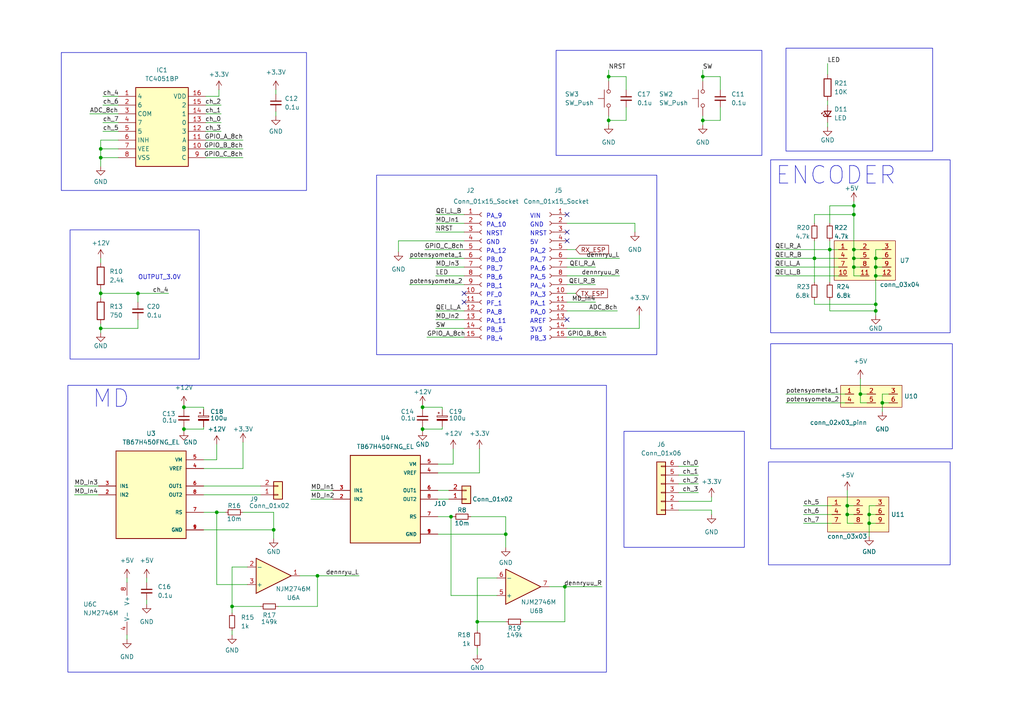
<source format=kicad_sch>
(kicad_sch (version 20230121) (generator eeschema)
  (paper "A4")
  (lib_symbols
    (symbol "Amplifier_Operational:NJM2043" (pin_names (offset 0.127))
      (property "Reference" "U" (at 0 5.08 0))
      (property "Value" "NJM2043" (at 0 -5.08 0))
      (symbol "NJM2043_1_1"
        (polyline (pts (xy -5.08 5.08) (xy 5.08 0) (xy -5.08 -5.08) (xy -5.08 5.08)) (stroke (width 0.254)) (fill (type background)))
        (pin output line (at 7.62 0 180) (length 2.54) (name "~") (number "1"))
        (pin input line (at -7.62 -2.54 0) (length 2.54) (name "-") (number "2"))
        (pin input line (at -7.62 2.54 0) (length 2.54) (name "+") (number "3"))
      )
      (symbol "NJM2043_2_1"
        (polyline (pts (xy -5.08 5.08) (xy 5.08 0) (xy -5.08 -5.08) (xy -5.08 5.08)) (stroke (width 0.254)) (fill (type background)))
        (pin input line (at -7.62 2.54 0) (length 2.54) (name "+") (number "5"))
        (pin input line (at -7.62 -2.54 0) (length 2.54) (name "-") (number "6"))
        (pin output line (at 7.62 0 180) (length 2.54) (name "~") (number "7"))
      )
      (symbol "NJM2043_3_1"
        (pin power_in line (at -2.54 -7.62 90) (length 3.81) (name "V-") (number "4"))
        (pin power_in line (at -2.54 7.62 270) (length 3.81) (name "V+") (number "8"))
      )
    )
    (symbol "Connector:Conn_01x15_Socket" (pin_names (offset 1.016) hide)
      (property "Reference" "J" (at 0 20.32 0))
      (property "Value" "Conn_01x15_Socket" (at 0 -20.32 0))
      (symbol "Conn_01x15_Socket_1_1"
        (arc (start 0 -17.272) (mid -0.5058 -17.78) (end 0 -18.288) (stroke (width 0.1524)))
        (arc (start 0 -14.732) (mid -0.5058 -15.24) (end 0 -15.748) (stroke (width 0.1524)))
        (arc (start 0 -12.192) (mid -0.5058 -12.7) (end 0 -13.208) (stroke (width 0.1524)))
        (arc (start 0 -9.652) (mid -0.5058 -10.16) (end 0 -10.668) (stroke (width 0.1524)))
        (arc (start 0 -7.112) (mid -0.5058 -7.62) (end 0 -8.128) (stroke (width 0.1524)))
        (arc (start 0 -4.572) (mid -0.5058 -5.08) (end 0 -5.588) (stroke (width 0.1524)))
        (arc (start 0 -2.032) (mid -0.5058 -2.54) (end 0 -3.048) (stroke (width 0.1524)))
        (polyline (pts (xy -1.27 -17.78) (xy -0.508 -17.78)) (stroke (width 0.1524)))
        (polyline (pts (xy -1.27 -15.24) (xy -0.508 -15.24)) (stroke (width 0.1524)))
        (polyline (pts (xy -1.27 -12.7) (xy -0.508 -12.7)) (stroke (width 0.1524)))
        (polyline (pts (xy -1.27 -10.16) (xy -0.508 -10.16)) (stroke (width 0.1524)))
        (polyline (pts (xy -1.27 -7.62) (xy -0.508 -7.62)) (stroke (width 0.1524)))
        (polyline (pts (xy -1.27 -5.08) (xy -0.508 -5.08)) (stroke (width 0.1524)))
        (polyline (pts (xy -1.27 -2.54) (xy -0.508 -2.54)) (stroke (width 0.1524)))
        (polyline (pts (xy -1.27 0) (xy -0.508 0)) (stroke (width 0.1524)))
        (polyline (pts (xy -1.27 2.54) (xy -0.508 2.54)) (stroke (width 0.1524)))
        (polyline (pts (xy -1.27 5.08) (xy -0.508 5.08)) (stroke (width 0.1524)))
        (polyline (pts (xy -1.27 7.62) (xy -0.508 7.62)) (stroke (width 0.1524)))
        (polyline (pts (xy -1.27 10.16) (xy -0.508 10.16)) (stroke (width 0.1524)))
        (polyline (pts (xy -1.27 12.7) (xy -0.508 12.7)) (stroke (width 0.1524)))
        (polyline (pts (xy -1.27 15.24) (xy -0.508 15.24)) (stroke (width 0.1524)))
        (polyline (pts (xy -1.27 17.78) (xy -0.508 17.78)) (stroke (width 0.1524)))
        (arc (start 0 0.508) (mid -0.5058 0) (end 0 -0.508) (stroke (width 0.1524)))
        (arc (start 0 3.048) (mid -0.5058 2.54) (end 0 2.032) (stroke (width 0.1524)))
        (arc (start 0 5.588) (mid -0.5058 5.08) (end 0 4.572) (stroke (width 0.1524)))
        (arc (start 0 8.128) (mid -0.5058 7.62) (end 0 7.112) (stroke (width 0.1524)))
        (arc (start 0 10.668) (mid -0.5058 10.16) (end 0 9.652) (stroke (width 0.1524)))
        (arc (start 0 13.208) (mid -0.5058 12.7) (end 0 12.192) (stroke (width 0.1524)))
        (arc (start 0 15.748) (mid -0.5058 15.24) (end 0 14.732) (stroke (width 0.1524)))
        (arc (start 0 18.288) (mid -0.5058 17.78) (end 0 17.272) (stroke (width 0.1524)))
        (pin passive line (at -5.08 17.78 0) (length 3.81) (name "Pin_1") (number "1"))
        (pin passive line (at -5.08 -5.08 0) (length 3.81) (name "Pin_10") (number "10"))
        (pin passive line (at -5.08 -7.62 0) (length 3.81) (name "Pin_11") (number "11"))
        (pin passive line (at -5.08 -10.16 0) (length 3.81) (name "Pin_12") (number "12"))
        (pin passive line (at -5.08 -12.7 0) (length 3.81) (name "Pin_13") (number "13"))
        (pin passive line (at -5.08 -15.24 0) (length 3.81) (name "Pin_14") (number "14"))
        (pin passive line (at -5.08 -17.78 0) (length 3.81) (name "Pin_15") (number "15"))
        (pin passive line (at -5.08 15.24 0) (length 3.81) (name "Pin_2") (number "2"))
        (pin passive line (at -5.08 12.7 0) (length 3.81) (name "Pin_3") (number "3"))
        (pin passive line (at -5.08 10.16 0) (length 3.81) (name "Pin_4") (number "4"))
        (pin passive line (at -5.08 7.62 0) (length 3.81) (name "Pin_5") (number "5"))
        (pin passive line (at -5.08 5.08 0) (length 3.81) (name "Pin_6") (number "6"))
        (pin passive line (at -5.08 2.54 0) (length 3.81) (name "Pin_7") (number "7"))
        (pin passive line (at -5.08 0 0) (length 3.81) (name "Pin_8") (number "8"))
        (pin passive line (at -5.08 -2.54 0) (length 3.81) (name "Pin_9") (number "9"))
      )
    )
    (symbol "Connector_Generic:Conn_01x02" (pin_names (offset 1.016) hide)
      (property "Reference" "J" (at 0 2.54 0))
      (property "Value" "Conn_01x02" (at 0 -5.08 0))
      (symbol "Conn_01x02_1_1"
        (rectangle (start -1.27 -2.413) (end 0 -2.667) (stroke (width 0.1524)))
        (rectangle (start -1.27 0.127) (end 0 -0.127) (stroke (width 0.1524)))
        (rectangle (start -1.27 1.27) (end 1.27 -3.81) (stroke (width 0.254)) (fill (type background)))
        (pin passive line (at -5.08 0 0) (length 3.81) (name "Pin_1") (number "1"))
        (pin passive line (at -5.08 -2.54 0) (length 3.81) (name "Pin_2") (number "2"))
      )
    )
    (symbol "Connector_Generic:Conn_01x06" (pin_names (offset 1.016) hide)
      (property "Reference" "J" (at 0 7.62 0))
      (property "Value" "Conn_01x06" (at 0 -10.16 0))
      (symbol "Conn_01x06_1_1"
        (rectangle (start -1.27 -7.493) (end 0 -7.747) (stroke (width 0.1524)))
        (rectangle (start -1.27 -4.953) (end 0 -5.207) (stroke (width 0.1524)))
        (rectangle (start -1.27 -2.413) (end 0 -2.667) (stroke (width 0.1524)))
        (rectangle (start -1.27 0.127) (end 0 -0.127) (stroke (width 0.1524)))
        (rectangle (start -1.27 2.667) (end 0 2.413) (stroke (width 0.1524)))
        (rectangle (start -1.27 5.207) (end 0 4.953) (stroke (width 0.1524)))
        (rectangle (start -1.27 6.35) (end 1.27 -8.89) (stroke (width 0.254)) (fill (type background)))
        (pin passive line (at -5.08 5.08 0) (length 3.81) (name "Pin_1") (number "1"))
        (pin passive line (at -5.08 2.54 0) (length 3.81) (name "Pin_2") (number "2"))
        (pin passive line (at -5.08 0 0) (length 3.81) (name "Pin_3") (number "3"))
        (pin passive line (at -5.08 -2.54 0) (length 3.81) (name "Pin_4") (number "4"))
        (pin passive line (at -5.08 -5.08 0) (length 3.81) (name "Pin_5") (number "5"))
        (pin passive line (at -5.08 -7.62 0) (length 3.81) (name "Pin_6") (number "6"))
      )
    )
    (symbol "Device:C_Polarized_Small" (pin_numbers hide) (pin_names (offset 0.254) hide)
      (property "Reference" "C" (at 0.254 1.778 0))
      (property "Value" "C_Polarized_Small" (at 0.254 -2.032 0))
      (symbol "C_Polarized_Small_0_1"
        (rectangle (start -1.524 -0.3048) (end 1.524 -0.6858) (fill (type outline)))
        (rectangle (start -1.524 0.6858) (end 1.524 0.3048))
        (polyline (pts (xy -1.27 1.524) (xy -0.762 1.524)))
        (polyline (pts (xy -1.016 1.27) (xy -1.016 1.778)))
      )
      (symbol "C_Polarized_Small_1_1"
        (pin passive line (at 0 2.54 270) (length 1.8542) (name "~") (number "1"))
        (pin passive line (at 0 -2.54 90) (length 1.8542) (name "~") (number "2"))
      )
    )
    (symbol "Device:C_Small" (pin_numbers hide) (pin_names (offset 0.254) hide)
      (property "Reference" "C" (at 0.254 1.778 0))
      (property "Value" "C_Small" (at 0.254 -2.032 0))
      (symbol "C_Small_0_1"
        (polyline (pts (xy -1.524 -0.508) (xy 1.524 -0.508)) (stroke (width 0.3302)))
        (polyline (pts (xy -1.524 0.508) (xy 1.524 0.508)) (stroke (width 0.3048)))
      )
      (symbol "C_Small_1_1"
        (pin passive line (at 0 2.54 270) (length 2.032) (name "~") (number "1"))
        (pin passive line (at 0 -2.54 90) (length 2.032) (name "~") (number "2"))
      )
    )
    (symbol "Device:LED_Small" (pin_numbers hide) (pin_names (offset 0.254) hide)
      (property "Reference" "D" (at -1.27 3.175 0))
      (property "Value" "LED_Small" (at -4.445 -2.54 0))
      (symbol "LED_Small_0_1"
        (polyline (pts (xy -0.762 -1.016) (xy -0.762 1.016)) (stroke (width 0.254)))
        (polyline (pts (xy 1.016 0) (xy -0.762 0)))
        (polyline (pts (xy 0.762 -1.016) (xy -0.762 0) (xy 0.762 1.016) (xy 0.762 -1.016)) (stroke (width 0.254)))
        (polyline (pts (xy 0 0.762) (xy -0.508 1.27) (xy -0.254 1.27) (xy -0.508 1.27) (xy -0.508 1.016)))
        (polyline (pts (xy 0.508 1.27) (xy 0 1.778) (xy 0.254 1.778) (xy 0 1.778) (xy 0 1.524)))
      )
      (symbol "LED_Small_1_1"
        (pin passive line (at -2.54 0 0) (length 1.778) (name "K") (number "1"))
        (pin passive line (at 2.54 0 180) (length 1.778) (name "A") (number "2"))
      )
    )
    (symbol "Device:R" (pin_numbers hide) (pin_names (offset 0))
      (property "Reference" "R" (at 2.032 0 90))
      (property "Value" "R" (at 0 0 90))
      (symbol "R_0_1"
        (rectangle (start -1.016 -2.54) (end 1.016 2.54) (stroke (width 0.254)))
      )
      (symbol "R_1_1"
        (pin passive line (at 0 3.81 270) (length 1.27) (name "~") (number "1"))
        (pin passive line (at 0 -3.81 90) (length 1.27) (name "~") (number "2"))
      )
    )
    (symbol "Device:R_Small" (pin_numbers hide) (pin_names (offset 0.254) hide)
      (property "Reference" "R" (at 0.762 0.508 0))
      (property "Value" "R_Small" (at 0.762 -1.016 0))
      (symbol "R_Small_0_1"
        (rectangle (start -0.762 1.778) (end 0.762 -1.778) (stroke (width 0.2032)))
      )
      (symbol "R_Small_1_1"
        (pin passive line (at 0 2.54 270) (length 0.762) (name "~") (number "1"))
        (pin passive line (at 0 -2.54 90) (length 0.762) (name "~") (number "2"))
      )
    )
    (symbol "New_Library:TB67H450FNG_EL" (pin_names (offset 1.016))
      (property "Reference" "U" (at -10.16 13.462 0))
      (property "Value" "TB67H450FNG_EL" (at -10.16 -15.24 0))
      (symbol "TB67H450FNG_EL_0_0"
        (rectangle (start -10.16 12.7) (end 10.16 -12.7) (stroke (width 0.254)) (fill (type background)))
        (pin power_in line (at 15.24 -10.16 180) (length 5.08) (name "GND") (number "1"))
        (pin input line (at -15.24 0 0) (length 5.08) (name "IN2") (number "2"))
        (pin input line (at -15.24 2.54 0) (length 5.08) (name "IN1") (number "3"))
        (pin power_in line (at 15.24 7.62 180) (length 5.08) (name "VREF") (number "4"))
        (pin power_in line (at 15.24 10.16 180) (length 5.08) (name "VM") (number "5"))
        (pin output line (at 15.24 2.54 180) (length 5.08) (name "OUT1") (number "6"))
        (pin output line (at 15.24 -5.08 180) (length 5.08) (name "RS") (number "7"))
        (pin output line (at 15.24 0 180) (length 5.08) (name "OUT2") (number "8"))
        (pin power_in line (at 15.24 -10.16 180) (length 5.08) (name "GND") (number "9"))
      )
    )
    (symbol "New_Library:TC4051BP"
      (property "Reference" "IC" (at 21.59 7.62 0))
      (property "Value" "TC4051BP" (at 21.59 5.08 0))
      (symbol "TC4051BP_1_1"
        (rectangle (start 5.08 2.54) (end 20.32 -20.32) (stroke (width 0.254)) (fill (type background)))
        (pin passive line (at 0 0 0) (length 5.08) (name "4") (number "1"))
        (pin passive line (at 25.4 -15.24 180) (length 5.08) (name "B") (number "10"))
        (pin passive line (at 25.4 -12.7 180) (length 5.08) (name "A") (number "11"))
        (pin passive line (at 25.4 -10.16 180) (length 5.08) (name "3") (number "12"))
        (pin passive line (at 25.4 -7.62 180) (length 5.08) (name "0") (number "13"))
        (pin passive line (at 25.4 -5.08 180) (length 5.08) (name "1") (number "14"))
        (pin passive line (at 25.4 -2.54 180) (length 5.08) (name "2") (number "15"))
        (pin passive line (at 25.4 0 180) (length 5.08) (name "VDD") (number "16"))
        (pin passive line (at 0 -2.54 0) (length 5.08) (name "6") (number "2"))
        (pin passive line (at 0 -5.08 0) (length 5.08) (name "COM") (number "3"))
        (pin passive line (at 0 -7.62 0) (length 5.08) (name "7") (number "4"))
        (pin passive line (at 0 -10.16 0) (length 5.08) (name "5") (number "5"))
        (pin passive line (at 0 -12.7 0) (length 5.08) (name "INH") (number "6"))
        (pin passive line (at 0 -15.24 0) (length 5.08) (name "VEE") (number "7"))
        (pin passive line (at 0 -17.78 0) (length 5.08) (name "VSS") (number "8"))
        (pin passive line (at 25.4 -17.78 180) (length 5.08) (name "C") (number "9"))
      )
    )
    (symbol "New_Library:conn_02x03_pinn"
      (property "Reference" "U" (at 8.89 1.27 0))
      (symbol "conn_02x03_pinn_0_0"
        (pin passive line (at 1.27 -2.54 0) (length 2.54) (name "") (number "1"))
        (pin passive line (at 7.62 -2.54 0) (length 2.54) (name "") (number "2"))
        (pin passive line (at 13.97 -2.54 0) (length 2.54) (name "") (number "3"))
        (pin passive line (at 1.27 -5.08 0) (length 2.54) (name "") (number "4"))
        (pin passive line (at 7.62 -5.08 0) (length 2.54) (name "") (number "5"))
        (pin passive line (at 13.97 -5.08 0) (length 2.54) (name "") (number "6"))
      )
      (symbol "conn_02x03_pinn_1_1"
        (rectangle (start 0 0) (end 17.78 -6.35) (fill (type background)))
      )
    )
    (symbol "New_Library:conn_03x03"
      (property "Reference" "U" (at -2.54 1.27 0))
      (symbol "conn_03x03_0_0"
        (pin passive line (at 1.27 -2.54 0) (length 2.54) (name "") (number "1"))
        (pin passive line (at 7.62 -2.54 0) (length 2.54) (name "") (number "2"))
        (pin passive line (at 13.97 -2.54 0) (length 2.54) (name "") (number "3"))
        (pin passive line (at 1.27 -5.08 0) (length 2.54) (name "") (number "4"))
        (pin passive line (at 7.62 -5.08 0) (length 2.54) (name "") (number "5"))
        (pin passive line (at 13.97 -5.08 0) (length 2.54) (name "") (number "6"))
        (pin passive line (at 1.27 -7.62 0) (length 2.54) (name "") (number "7"))
        (pin passive line (at 7.62 -7.62 0) (length 2.54) (name "") (number "8"))
        (pin passive line (at 13.97 -7.62 0) (length 2.54) (name "") (number "9"))
      )
      (symbol "conn_03x03_1_1"
        (rectangle (start 0 0) (end 17.78 -10.16) (fill (type background)))
      )
    )
    (symbol "New_Library:conn_03x04_pinn"
      (property "Reference" "U" (at 5.08 3.81 0))
      (symbol "conn_03x04_pinn_0_0"
        (pin passive line (at 0 0 0) (length 2.54) (name "") (number "1"))
        (pin passive line (at 0 -7.62 0) (length 2.54) (name "") (number "10"))
        (pin open_emitter line (at 6.35 -7.62 0) (length 2.54) (name "") (number "11"))
        (pin passive line (at 12.7 -7.62 0) (length 2.54) (name "") (number "12"))
        (pin passive line (at 6.35 0 0) (length 2.54) (name "") (number "2"))
        (pin passive line (at 12.7 0 0) (length 2.54) (name "") (number "3"))
        (pin passive line (at 0 -2.54 0) (length 2.54) (name "") (number "4"))
        (pin passive line (at 6.35 -2.54 0) (length 2.54) (name "") (number "5"))
        (pin passive line (at 12.7 -2.54 0) (length 2.54) (name "") (number "6"))
        (pin passive line (at 0 -5.08 0) (length 2.54) (name "") (number "7"))
        (pin passive line (at 6.35 -5.08 0) (length 2.54) (name "") (number "8"))
        (pin passive line (at 12.7 -5.08 0) (length 2.54) (name "") (number "9"))
      )
      (symbol "conn_03x04_pinn_1_1"
        (rectangle (start -1.27 2.54) (end 16.51 -8.89) (fill (type background)))
      )
    )
    (symbol "Switch:SW_Push" (pin_numbers hide) (pin_names (offset 1.016) hide)
      (property "Reference" "SW" (at 1.27 2.54 0))
      (property "Value" "SW_Push" (at 0 -1.524 0))
      (symbol "SW_Push_0_1"
        (circle (center -2.032 0) (radius 0.508))
        (polyline (pts (xy 0 1.27) (xy 0 3.048)))
        (polyline (pts (xy 2.54 1.27) (xy -2.54 1.27)))
        (circle (center 2.032 0) (radius 0.508))
        (pin passive line (at -5.08 0 0) (length 2.54) (name "1") (number "1"))
        (pin passive line (at 5.08 0 180) (length 2.54) (name "2") (number "2"))
      )
    )
    (symbol "power:+12V" (power) (pin_names (offset 0))
      (property "Value" "+12V" (at 0 3.556 0))
      (symbol "+12V_0_1"
        (polyline (pts (xy -0.762 1.27) (xy 0 2.54)))
        (polyline (pts (xy 0 0) (xy 0 2.54)))
        (polyline (pts (xy 0 2.54) (xy 0.762 1.27)))
      )
      (symbol "+12V_1_1"
        (pin power_in line (at 0 0 90) (length 0) hide (name "+12V") (number "1"))
      )
    )
    (symbol "power:+3.3V" (power) (pin_names (offset 0))
      (property "Value" "+3.3V" (at 0 3.556 0))
      (symbol "+3.3V_0_1"
        (polyline (pts (xy -0.762 1.27) (xy 0 2.54)))
        (polyline (pts (xy 0 0) (xy 0 2.54)))
        (polyline (pts (xy 0 2.54) (xy 0.762 1.27)))
      )
      (symbol "+3.3V_1_1"
        (pin power_in line (at 0 0 90) (length 0) hide (name "+3.3V") (number "1"))
      )
    )
    (symbol "power:+5V" (power) (pin_names (offset 0))
      (property "Value" "+5V" (at 0 3.556 0))
      (symbol "+5V_0_1"
        (polyline (pts (xy -0.762 1.27) (xy 0 2.54)))
        (polyline (pts (xy 0 0) (xy 0 2.54)))
        (polyline (pts (xy 0 2.54) (xy 0.762 1.27)))
      )
      (symbol "+5V_1_1"
        (pin power_in line (at 0 0 90) (length 0) hide (name "+5V") (number "1"))
      )
    )
    (symbol "power:GND" (power) (pin_names (offset 0))
      (property "Value" "GND" (at 0 -3.81 0))
      (symbol "GND_0_1"
        (polyline (pts (xy 0 0) (xy 0 -1.27) (xy 1.27 -1.27) (xy 0 -2.54) (xy -1.27 -1.27) (xy 0 -1.27)))
      )
      (symbol "GND_1_1"
        (pin power_in line (at 0 0 270) (length 0) hide (name "GND") (number "1"))
      )
    )
  )
  (junction (at 247.65 62.23))
  (junction (at 163.83 170.18))
  (junction (at 138.43 180.34))
  (junction (at 53.34 118.11))
  (junction (at 254 74.93))
  (junction (at 62.865 148.59))
  (junction (at 254 77.47))
  (junction (at 146.685 154.94))
  (junction (at 29.21 43.18))
  (junction (at 254 88.265))
  (junction (at 29.21 45.72))
  (junction (at 203.835 34.925))
  (junction (at 40.005 85.09))
  (junction (at 254 90.17))
  (junction (at 240.665 72.39))
  (junction (at 130.81 149.86))
  (junction (at 29.21 95.25))
  (junction (at 249.555 114.3))
  (junction (at 247.65 59.69))
  (junction (at 247.65 72.39))
  (junction (at 203.835 22.225))
  (junction (at 252.095 149.225))
  (junction (at 255.905 116.84))
  (junction (at 247.65 77.47))
  (junction (at 254 80.01))
  (junction (at 247.65 74.93))
  (junction (at 53.34 124.46))
  (junction (at 176.53 34.925))
  (junction (at 252.095 151.765))
  (junction (at 245.745 149.225))
  (junction (at 236.22 74.93))
  (junction (at 176.53 22.225))
  (junction (at 122.555 124.46))
  (junction (at 92.075 167.005))
  (junction (at 67.31 175.895))
  (junction (at 79.375 153.67))
  (junction (at 245.745 146.685))
  (junction (at 122.555 118.11))
  (junction (at 29.21 85.09))
  (no_connect (at 134.62 85.09))
  (no_connect (at 134.62 87.63))
  (no_connect (at 164.465 67.31))
  (no_connect (at 164.465 62.23))
  (no_connect (at 164.465 92.71))
  (no_connect (at 164.465 69.85))
  (wire (pts (xy 40.005 85.09) (xy 48.895 85.09)))
  (wire (pts (xy 29.21 45.72) (xy 34.29 45.72)))
  (wire (pts (xy 227.965 116.84) (xy 245.11 116.84)))
  (wire (pts (xy 67.31 175.895) (xy 67.31 177.8)))
  (wire (pts (xy 62.865 148.59) (xy 65.405 148.59)))
  (wire (pts (xy 224.79 72.39) (xy 240.665 72.39)))
  (wire (pts (xy 252.095 146.685) (xy 254 146.685)))
  (wire (pts (xy 245.745 149.225) (xy 247.65 149.225)))
  (wire (pts (xy 29.21 95.25) (xy 40.005 95.25)))
  (wire (pts (xy 128.27 124.46) (xy 122.555 124.46)))
  (wire (pts (xy 240.03 35.56) (xy 240.03 36.83)))
  (wire (pts (xy 240.665 72.39) (xy 243.205 72.39)))
  (wire (pts (xy 90.17 144.78) (xy 96.52 144.78)))
  (wire (pts (xy 67.31 182.88) (xy 67.31 184.15)))
  (wire (pts (xy 130.175 144.78) (xy 127 144.78)))
  (wire (pts (xy 53.34 124.46) (xy 53.34 125.095)))
  (wire (pts (xy 146.685 149.86) (xy 146.685 154.94)))
  (wire (pts (xy 208.915 31.115) (xy 208.915 34.925)))
  (wire (pts (xy 176.53 22.225) (xy 176.53 23.495)))
  (wire (pts (xy 115.57 73.025) (xy 115.57 69.85)))
  (wire (pts (xy 240.665 69.85) (xy 240.665 72.39)))
  (wire (pts (xy 64.135 33.02) (xy 59.69 33.02)))
  (wire (pts (xy 159.385 170.18) (xy 163.83 170.18)))
  (wire (pts (xy 224.79 77.47) (xy 243.205 77.47)))
  (wire (pts (xy 128.27 123.825) (xy 128.27 124.46)))
  (wire (pts (xy 59.055 135.89) (xy 70.485 135.89)))
  (wire (pts (xy 181.61 26.035) (xy 181.61 22.225)))
  (wire (pts (xy 126.365 64.77) (xy 134.62 64.77)))
  (wire (pts (xy 70.485 128.27) (xy 70.485 135.89)))
  (wire (pts (xy 236.22 62.23) (xy 247.65 62.23)))
  (wire (pts (xy 59.055 124.46) (xy 53.34 124.46)))
  (wire (pts (xy 70.485 148.59) (xy 79.375 148.59)))
  (wire (pts (xy 185.42 95.25) (xy 164.465 95.25)))
  (wire (pts (xy 227.965 114.3) (xy 245.11 114.3)))
  (wire (pts (xy 130.81 149.86) (xy 131.445 149.86)))
  (wire (pts (xy 240.03 29.21) (xy 240.03 30.48)))
  (wire (pts (xy 247.65 72.39) (xy 247.65 74.93)))
  (wire (pts (xy 240.665 90.17) (xy 254 90.17)))
  (wire (pts (xy 249.555 114.3) (xy 251.46 114.3)))
  (wire (pts (xy 252.095 149.225) (xy 254 149.225)))
  (wire (pts (xy 236.22 74.93) (xy 243.205 74.93)))
  (wire (pts (xy 179.705 74.93) (xy 164.465 74.93)))
  (wire (pts (xy 185.42 91.44) (xy 185.42 95.25)))
  (wire (pts (xy 146.685 180.34) (xy 138.43 180.34)))
  (wire (pts (xy 247.65 80.01) (xy 249.555 80.01)))
  (wire (pts (xy 126.365 95.25) (xy 134.62 95.25)))
  (wire (pts (xy 139.065 137.16) (xy 127 137.16)))
  (wire (pts (xy 29.21 40.64) (xy 29.21 43.18)))
  (wire (pts (xy 151.765 180.34) (xy 163.83 180.34)))
  (wire (pts (xy 21.59 143.51) (xy 28.575 143.51)))
  (wire (pts (xy 224.79 74.93) (xy 236.22 74.93)))
  (wire (pts (xy 126.365 77.47) (xy 134.62 77.47)))
  (wire (pts (xy 62.865 169.545) (xy 71.755 169.545)))
  (wire (pts (xy 130.81 172.72) (xy 144.145 172.72)))
  (wire (pts (xy 240.665 86.995) (xy 240.665 90.17)))
  (wire (pts (xy 53.34 123.825) (xy 53.34 124.46)))
  (wire (pts (xy 71.755 164.465) (xy 67.31 164.465)))
  (wire (pts (xy 29.21 85.09) (xy 40.005 85.09)))
  (wire (pts (xy 206.375 149.225) (xy 206.375 147.955)))
  (wire (pts (xy 115.57 69.85) (xy 134.62 69.85)))
  (wire (pts (xy 80.01 26.035) (xy 80.01 27.305)))
  (wire (pts (xy 176.53 36.195) (xy 176.53 34.925)))
  (wire (pts (xy 181.61 31.115) (xy 181.61 34.925)))
  (wire (pts (xy 122.555 117.475) (xy 122.555 118.11)))
  (wire (pts (xy 59.055 123.825) (xy 59.055 124.46)))
  (wire (pts (xy 42.545 173.99) (xy 42.545 175.26)))
  (wire (pts (xy 122.555 118.11) (xy 122.555 118.745)))
  (wire (pts (xy 62.865 128.905) (xy 62.865 133.35)))
  (wire (pts (xy 29.845 27.94) (xy 34.29 27.94)))
  (wire (pts (xy 130.175 142.24) (xy 127 142.24)))
  (wire (pts (xy 40.005 95.25) (xy 40.005 92.71)))
  (wire (pts (xy 29.21 85.09) (xy 29.21 86.36)))
  (wire (pts (xy 175.895 97.79) (xy 164.465 97.79)))
  (wire (pts (xy 63.5 27.94) (xy 59.69 27.94)))
  (wire (pts (xy 254 80.01) (xy 255.905 80.01)))
  (wire (pts (xy 29.21 95.25) (xy 29.21 93.98)))
  (wire (pts (xy 233.045 149.225) (xy 241.3 149.225)))
  (wire (pts (xy 249.555 116.84) (xy 251.46 116.84)))
  (wire (pts (xy 245.745 146.685) (xy 245.745 149.225)))
  (wire (pts (xy 122.555 123.825) (xy 122.555 124.46)))
  (wire (pts (xy 203.835 20.32) (xy 203.835 22.225)))
  (wire (pts (xy 233.045 146.685) (xy 241.3 146.685)))
  (wire (pts (xy 146.685 158.75) (xy 146.685 154.94)))
  (wire (pts (xy 203.835 34.925) (xy 203.835 33.655)))
  (wire (pts (xy 29.845 38.1) (xy 34.29 38.1)))
  (wire (pts (xy 236.22 69.85) (xy 236.22 74.93)))
  (wire (pts (xy 252.095 151.765) (xy 254 151.765)))
  (wire (pts (xy 123.825 97.79) (xy 134.62 97.79)))
  (wire (pts (xy 64.135 35.56) (xy 59.69 35.56)))
  (wire (pts (xy 29.21 83.82) (xy 29.21 85.09)))
  (wire (pts (xy 138.43 167.64) (xy 138.43 180.34)))
  (wire (pts (xy 118.745 82.55) (xy 134.62 82.55)))
  (wire (pts (xy 118.745 74.93) (xy 134.62 74.93)))
  (wire (pts (xy 254 77.47) (xy 254 74.93)))
  (wire (pts (xy 90.17 142.24) (xy 96.52 142.24)))
  (wire (pts (xy 184.15 64.77) (xy 164.465 64.77)))
  (wire (pts (xy 59.055 153.67) (xy 79.375 153.67)))
  (wire (pts (xy 206.375 145.415) (xy 196.85 145.415)))
  (wire (pts (xy 196.85 135.255) (xy 202.565 135.255)))
  (wire (pts (xy 62.865 133.35) (xy 59.055 133.35)))
  (wire (pts (xy 36.83 167.64) (xy 36.83 168.91)))
  (wire (pts (xy 236.22 62.23) (xy 236.22 64.77)))
  (wire (pts (xy 67.31 164.465) (xy 67.31 175.895)))
  (wire (pts (xy 254 74.93) (xy 254 72.39)))
  (wire (pts (xy 255.905 114.3) (xy 257.81 114.3)))
  (wire (pts (xy 236.22 74.93) (xy 236.22 81.915)))
  (wire (pts (xy 126.365 92.71) (xy 134.62 92.71)))
  (wire (pts (xy 126.365 90.17) (xy 134.62 90.17)))
  (wire (pts (xy 255.905 116.84) (xy 255.905 114.3)))
  (wire (pts (xy 29.21 48.26) (xy 29.21 45.72)))
  (wire (pts (xy 34.29 40.64) (xy 29.21 40.64)))
  (wire (pts (xy 53.34 118.11) (xy 53.34 118.745)))
  (wire (pts (xy 29.21 43.18) (xy 29.21 45.72)))
  (wire (pts (xy 252.095 149.225) (xy 252.095 146.685)))
  (wire (pts (xy 53.34 117.475) (xy 53.34 118.11)))
  (wire (pts (xy 249.555 109.855) (xy 249.555 114.3)))
  (wire (pts (xy 136.525 149.86) (xy 146.685 149.86)))
  (wire (pts (xy 179.07 90.17) (xy 164.465 90.17)))
  (wire (pts (xy 167.005 72.39) (xy 164.465 72.39)))
  (wire (pts (xy 128.27 118.745) (xy 128.27 118.11)))
  (wire (pts (xy 26.035 33.02) (xy 34.29 33.02)))
  (wire (pts (xy 240.03 21.59) (xy 240.03 18.415)))
  (wire (pts (xy 131.445 134.62) (xy 127 134.62)))
  (wire (pts (xy 59.055 140.97) (xy 75.565 140.97)))
  (wire (pts (xy 144.145 167.64) (xy 138.43 167.64)))
  (wire (pts (xy 236.22 88.265) (xy 254 88.265)))
  (wire (pts (xy 236.22 86.995) (xy 236.22 88.265)))
  (wire (pts (xy 240.665 59.69) (xy 240.665 64.77)))
  (wire (pts (xy 163.83 170.18) (xy 174.625 170.18)))
  (wire (pts (xy 126.365 80.01) (xy 134.62 80.01)))
  (wire (pts (xy 252.095 151.765) (xy 252.095 149.225)))
  (wire (pts (xy 138.43 187.96) (xy 138.43 189.865)))
  (wire (pts (xy 254 80.01) (xy 254 88.265)))
  (wire (pts (xy 224.79 80.01) (xy 243.205 80.01)))
  (wire (pts (xy 29.21 95.25) (xy 29.21 96.52)))
  (wire (pts (xy 42.545 167.64) (xy 42.545 168.91)))
  (wire (pts (xy 255.905 116.84) (xy 257.81 116.84)))
  (wire (pts (xy 206.375 144.145) (xy 206.375 145.415)))
  (wire (pts (xy 127 154.94) (xy 146.685 154.94)))
  (wire (pts (xy 92.075 167.005) (xy 104.14 167.005)))
  (wire (pts (xy 139.065 130.175) (xy 139.065 137.16)))
  (wire (pts (xy 181.61 34.925) (xy 176.53 34.925)))
  (wire (pts (xy 59.055 118.11) (xy 53.34 118.11)))
  (wire (pts (xy 167.005 85.09) (xy 164.465 85.09)))
  (wire (pts (xy 59.69 43.18) (xy 70.485 43.18)))
  (wire (pts (xy 123.19 72.39) (xy 134.62 72.39)))
  (wire (pts (xy 196.85 137.795) (xy 202.565 137.795)))
  (wire (pts (xy 79.375 148.59) (xy 79.375 153.67)))
  (wire (pts (xy 29.21 43.18) (xy 34.29 43.18)))
  (wire (pts (xy 254 77.47) (xy 255.905 77.47)))
  (wire (pts (xy 208.915 34.925) (xy 203.835 34.925)))
  (wire (pts (xy 254 80.01) (xy 254 77.47)))
  (wire (pts (xy 21.59 140.97) (xy 28.575 140.97)))
  (wire (pts (xy 245.745 142.24) (xy 245.745 146.685)))
  (wire (pts (xy 62.865 148.59) (xy 62.865 169.545)))
  (wire (pts (xy 172.72 87.63) (xy 164.465 87.63)))
  (wire (pts (xy 176.53 20.32) (xy 176.53 22.225)))
  (wire (pts (xy 80.01 32.385) (xy 80.01 33.655)))
  (wire (pts (xy 127 149.86) (xy 130.81 149.86)))
  (wire (pts (xy 126.365 62.23) (xy 134.62 62.23)))
  (wire (pts (xy 247.65 77.47) (xy 249.555 77.47)))
  (wire (pts (xy 233.045 151.765) (xy 241.3 151.765)))
  (wire (pts (xy 36.83 185.42) (xy 36.83 184.15)))
  (wire (pts (xy 126.365 67.31) (xy 134.62 67.31)))
  (wire (pts (xy 208.915 26.035) (xy 208.915 22.225)))
  (wire (pts (xy 254 72.39) (xy 255.905 72.39)))
  (wire (pts (xy 59.055 143.51) (xy 75.565 143.51)))
  (wire (pts (xy 92.075 175.895) (xy 92.075 167.005)))
  (wire (pts (xy 29.21 74.93) (xy 29.21 76.2)))
  (wire (pts (xy 203.835 36.195) (xy 203.835 34.925)))
  (wire (pts (xy 255.905 116.84) (xy 255.905 119.38)))
  (wire (pts (xy 252.095 155.575) (xy 252.095 151.765)))
  (wire (pts (xy 79.375 156.21) (xy 79.375 153.67)))
  (wire (pts (xy 247.65 72.39) (xy 249.555 72.39)))
  (wire (pts (xy 64.135 30.48) (xy 59.69 30.48)))
  (wire (pts (xy 254 74.93) (xy 255.905 74.93)))
  (wire (pts (xy 245.745 151.765) (xy 247.65 151.765)))
  (wire (pts (xy 176.53 34.925) (xy 176.53 33.655)))
  (wire (pts (xy 247.65 59.69) (xy 247.65 62.23)))
  (wire (pts (xy 247.65 74.93) (xy 247.65 77.47)))
  (wire (pts (xy 67.31 175.895) (xy 75.565 175.895)))
  (wire (pts (xy 63.5 26.035) (xy 63.5 27.94)))
  (wire (pts (xy 80.645 175.895) (xy 92.075 175.895)))
  (wire (pts (xy 245.745 146.685) (xy 247.65 146.685)))
  (wire (pts (xy 172.72 77.47) (xy 164.465 77.47)))
  (wire (pts (xy 240.665 72.39) (xy 240.665 81.915)))
  (wire (pts (xy 163.83 180.34) (xy 163.83 170.18)))
  (wire (pts (xy 245.745 149.225) (xy 245.745 151.765)))
  (wire (pts (xy 206.375 147.955) (xy 196.85 147.955)))
  (wire (pts (xy 128.27 118.11) (xy 122.555 118.11)))
  (wire (pts (xy 122.555 124.46) (xy 122.555 125.095)))
  (wire (pts (xy 247.65 58.42) (xy 247.65 59.69)))
  (wire (pts (xy 247.65 62.23) (xy 247.65 72.39)))
  (wire (pts (xy 59.69 45.72) (xy 70.485 45.72)))
  (wire (pts (xy 247.65 77.47) (xy 247.65 80.01)))
  (wire (pts (xy 240.665 59.69) (xy 247.65 59.69)))
  (wire (pts (xy 208.915 22.225) (xy 203.835 22.225)))
  (wire (pts (xy 181.61 22.225) (xy 176.53 22.225)))
  (wire (pts (xy 40.005 85.09) (xy 40.005 87.63)))
  (wire (pts (xy 247.65 74.93) (xy 249.555 74.93)))
  (wire (pts (xy 196.85 140.335) (xy 202.565 140.335)))
  (wire (pts (xy 29.845 30.48) (xy 34.29 30.48)))
  (wire (pts (xy 131.445 130.175) (xy 131.445 134.62)))
  (wire (pts (xy 172.72 82.55) (xy 164.465 82.55)))
  (wire (pts (xy 164.465 80.01) (xy 179.705 80.01)))
  (wire (pts (xy 59.055 148.59) (xy 62.865 148.59)))
  (wire (pts (xy 138.43 180.34) (xy 138.43 182.88)))
  (wire (pts (xy 59.055 118.745) (xy 59.055 118.11)))
  (wire (pts (xy 130.81 149.86) (xy 130.81 172.72)))
  (wire (pts (xy 254 88.265) (xy 254 90.17)))
  (wire (pts (xy 64.135 38.1) (xy 59.69 38.1)))
  (wire (pts (xy 29.845 35.56) (xy 34.29 35.56)))
  (wire (pts (xy 196.85 142.875) (xy 202.565 142.875)))
  (wire (pts (xy 254 90.17) (xy 254 91.44)))
  (wire (pts (xy 184.15 67.31) (xy 184.15 64.77)))
  (wire (pts (xy 249.555 114.3) (xy 249.555 116.84)))
  (wire (pts (xy 86.995 167.005) (xy 92.075 167.005)))
  (wire (pts (xy 70.485 40.64) (xy 59.69 40.64)))
  (wire (pts (xy 203.835 22.225) (xy 203.835 23.495)))
  (rectangle (start 109.22 50.8) (end 190.5 102.87))
  (rectangle (start 20.32 66.675) (end 57.785 104.14))
  (rectangle (start 180.975 125.095) (end 215.9 158.75))
  (rectangle (start 223.52 46.355) (end 275.59 96.52))
  (rectangle (start 17.78 15.24) (end 88.9 55.245))
  (rectangle (start 222.885 133.985) (end 275.59 163.83))
  (rectangle (start 19.685 111.76) (end 175.895 194.945))
  (rectangle (start 223.52 99.695) (end 276.225 130.175))
  (rectangle (start 161.29 14.605) (end 220.98 45.085))
  (rectangle (start 227.965 13.97) (end 270.51 43.815))
  (text "GND" (at 153.67 66.04 0) (effects (font (size 1.27 1.27)) (justify left bottom)))
  (text "PB_0" (at 140.97 76.2 0) (effects (font (size 1.27 1.27)) (justify left bottom)))
  (text "PF_0" (at 140.97 86.36 0) (effects (font (size 1.27 1.27)) (justify left bottom)))
  (text "PA_7" (at 153.67 76.2 0) (effects (font (size 1.27 1.27)) (justify left bottom)))
  (text "PA_9" (at 140.97 63.5 0) (effects (font (size 1.27 1.27)) (justify left bottom)))
  (text "PA_0" (at 153.67 91.44 0) (effects (font (size 1.27 1.27)) (justify left bottom)))
  (text "PB_6" (at 140.97 81.28 0) (effects (font (size 1.27 1.27)) (justify left bottom)))
  (text "AREF" (at 153.67 93.98 0) (effects (font (size 1.27 1.27)) (justify left bottom)))
  (text "VIN" (at 153.67 63.5 0) (effects (font (size 1.27 1.27)) (justify left bottom)))
  (text "PA_2" (at 153.67 73.66 0) (effects (font (size 1.27 1.27)) (justify left bottom)))
  (text "PA_1" (at 153.67 88.9 0) (effects (font (size 1.27 1.27)) (justify left bottom)))
  (text "PA_4" (at 153.67 83.82 0) (effects (font (size 1.27 1.27)) (justify left bottom)))
  (text "PA_10" (at 140.97 66.04 0) (effects (font (size 1.27 1.27)) (justify left bottom)))
  (text "5V" (at 153.67 71.12 0) (effects (font (size 1.27 1.27)) (justify left bottom)))
  (text "PA_8" (at 140.97 91.44 0) (effects (font (size 1.27 1.27)) (justify left bottom)))
  (text "OUTPUT_3.0V" (at 40.005 81.28 0) (effects (font (size 1.27 1.27)) (justify left bottom)))
  (text "PB_3" (at 153.67 99.06 0) (effects (font (size 1.27 1.27)) (justify left bottom)))
  (text "PA_12" (at 140.97 73.66 0) (effects (font (size 1.27 1.27)) (justify left bottom)))
  (text "GND" (at 140.97 71.12 0) (effects (font (size 1.27 1.27)) (justify left bottom)))
  (text "PB_7" (at 140.97 78.74 0) (effects (font (size 1.27 1.27)) (justify left bottom)))
  (text "PB_4" (at 140.97 99.06 0) (effects (font (size 1.27 1.27)) (justify left bottom)))
  (text "PF_1" (at 140.97 88.9 0) (effects (font (size 1.27 1.27)) (justify left bottom)))
  (text "NRST" (at 140.97 68.58 0) (effects (font (size 1.27 1.27)) (justify left bottom)))
  (text "PA_11" (at 140.97 93.98 0) (effects (font (size 1.27 1.27)) (justify left bottom)))
  (text "PB_5" (at 140.97 96.52 0) (effects (font (size 1.27 1.27)) (justify left bottom)))
  (text "PA_5" (at 153.67 81.28 0) (effects (font (size 1.27 1.27)) (justify left bottom)))
  (text "MD" (at 26.67 118.745 0) (effects (font (size 5.08 5.08)) (justify left bottom)))
  (text "3V3" (at 153.67 96.52 0) (effects (font (size 1.27 1.27)) (justify left bottom)))
  (text "PA_3" (at 153.67 86.36 0) (effects (font (size 1.27 1.27)) (justify left bottom)))
  (text "ENCODER" (at 224.79 53.975 0) (effects (font (size 5.08 5.08)) (justify left bottom)))
  (text "NRST" (at 153.67 68.58 0) (effects (font (size 1.27 1.27)) (justify left bottom)))
  (text "PB_1" (at 140.97 83.82 0) (effects (font (size 1.27 1.27)) (justify left bottom)))
  (text "PA_6" (at 153.67 78.74 0) (effects (font (size 1.27 1.27)) (justify left bottom)))
  (label "ch_5" (at 29.845 38.1 0))
  (label "LED" (at 126.365 80.01 0))
  (label "LED" (at 240.03 18.415 0))
  (label "ch_3" (at 64.135 38.1 180))
  (label "ch_0" (at 64.135 35.56 180))
  (label "ADC_8ch" (at 179.07 90.17 180))
  (label "GPIO_C_8ch" (at 70.485 45.72 180))
  (label "MD_In3" (at 126.365 77.47 0))
  (label "QEI_L_B" (at 224.79 80.01 0))
  (label "ch_1" (at 64.135 33.02 180))
  (label "ch_6" (at 233.045 149.225 0))
  (label "MD_In4" (at 21.59 143.51 0))
  (label "ch_2" (at 64.135 30.48 180))
  (label "ch_7" (at 29.845 35.56 0))
  (label "dennryu_L" (at 179.705 74.93 180))
  (label "QEI_L_B" (at 126.365 62.23 0))
  (label "GPIO_B_8ch" (at 70.485 43.18 180))
  (label "potensyometa_1" (at 118.745 74.93 0))
  (label "ch_4" (at 48.895 85.09 180))
  (label "MD_In2" (at 90.17 144.78 0))
  (label "MD_In2" (at 126.365 92.71 0))
  (label "GPIO_B_8ch" (at 175.895 97.79 180))
  (label "potensyometa_2" (at 227.965 116.84 0))
  (label "ch_0" (at 202.565 135.255 180))
  (label "QEI_L_A" (at 126.365 90.17 0))
  (label "QEI_R_A" (at 172.72 77.47 180))
  (label "MD_In4" (at 172.72 87.63 180))
  (label "ADC_8ch" (at 26.035 33.02 0))
  (label "dennryu_L" (at 104.14 167.005 180))
  (label "GPIO_C_8ch" (at 123.19 72.39 0))
  (label "MD_In1" (at 126.365 64.77 0))
  (label "ch_7" (at 233.045 151.765 0))
  (label "potensyometa_2" (at 118.745 82.55 0))
  (label "QEI_R_B" (at 172.72 82.55 180))
  (label "dennryuu_R" (at 179.705 80.01 180))
  (label "SW" (at 126.365 95.25 0))
  (label "ch_5" (at 233.045 146.685 0))
  (label "MD_In3" (at 21.59 140.97 0))
  (label "QEI_R_B" (at 224.79 74.93 0))
  (label "potensyometa_1" (at 227.965 114.3 0))
  (label "ch_2" (at 202.565 140.335 180))
  (label "ch_3" (at 202.565 142.875 180))
  (label "MD_In1" (at 90.17 142.24 0))
  (label "GPIO_A_8ch" (at 70.485 40.64 180))
  (label "NRST" (at 126.365 67.31 0))
  (label "dennryuu_R" (at 174.625 170.18 180))
  (label "ch_6" (at 29.845 30.48 0))
  (label "QEI_L_A" (at 224.79 77.47 0))
  (label "ch_4" (at 29.845 27.94 0))
  (label "QEI_R_A" (at 224.79 72.39 0))
  (label "ch_1" (at 202.565 137.795 180))
  (label "SW" (at 203.835 20.32 0))
  (label "GPIO_A_8ch" (at 123.825 97.79 0))
  (label "NRST" (at 176.53 20.32 0))
  (global_label "RX_ESP" (shape input) (at 167.005 72.39 0) (property "Intersheetrefs" "${INTERSHEET_REFS}" (effects hide)))
  (global_label "TX_ESP" (shape input) (at 167.005 85.09 0) (property "Intersheetrefs" "${INTERSHEET_REFS}" (effects hide)))
  (symbol (lib_id "Device:C_Polarized_Small") (at 59.055 121.285 0) (unit 1)
    (property "Reference" "C18" (at 60.96 119.38 0) (effects (justify left)))
    (property "Value" "100u" (at 60.96 121.285 0) (effects (justify left)))
    (property "Footprint" "Capacitor_THT:CP_Radial_D5.0mm_P2.00mm" (effects hide))
  )
  (symbol (lib_id "power:+3.3V") (at 80.01 26.035 0) (unit 1)
    (property "Reference" "#PWR063" (effects hide))
    (property "Value" "+3.3V" (at 80.01 20.955 0))
  )
  (symbol (lib_id "Device:R_Small") (at 138.43 185.42 0) (mirror y) (unit 1)
    (property "Reference" "R18" (at 136.525 184.15 0) (effects (justify left)))
    (property "Value" "1k" (at 136.525 186.69 0) (effects (justify left)))
    (property "Footprint" "Resistor_SMD:R_0603_1608Metric_Pad0.98x0.95mm_HandSolder" (effects hide))
  )
  (symbol (lib_id "New_Library:TB67H450FNG_EL") (at 111.76 144.78 0) (unit 1)
    (property "Reference" "U4" (at 111.76 127 0))
    (property "Value" "TB67H450FNG_EL" (at 111.76 129.54 0))
    (property "Footprint" "Library:SOIC127P599X175-9N" (effects hide))
    (property "Description" "\n                        \n                            - Motor Driver - - 8-HSOP\n                        \n" (effects hide))
  )
  (symbol (lib_id "power:+3.3V") (at 63.5 26.035 0) (unit 1)
    (property "Reference" "#PWR058" (effects hide))
    (property "Value" "+3.3V" (at 63.5 21.59 0))
  )
  (symbol (lib_id "New_Library:conn_02x03_pinn") (at 243.84 111.76 0) (unit 1)
    (property "Reference" "U10" (at 262.255 114.935 0) (effects (justify left)))
    (property "Value" "conn_02x03_pinn" (at 243.205 122.555 0))
    (property "Footprint" "Connector_PinHeader_2.54mm:PinHeader_2x03_P2.54mm_Vertical" (effects hide))
  )
  (symbol (lib_id "Device:R") (at 240.03 25.4 0) (unit 1)
    (property "Reference" "R21" (at 241.935 24.13 0) (effects (justify left)))
    (property "Value" "10K" (at 241.935 26.67 0) (effects (justify left)))
    (property "Footprint" "Resistor_SMD:R_0603_1608Metric_Pad0.98x0.95mm_HandSolder" (effects hide))
  )
  (symbol (lib_id "power:GND") (at 206.375 149.225 0) (unit 1)
    (property "Reference" "#PWR062" (effects hide))
    (property "Value" "GND" (at 206.375 154.305 0))
  )
  (symbol (lib_id "power:GND") (at 240.03 36.83 0) (unit 1)
    (property "Reference" "#PWR075" (effects hide))
    (property "Value" "GND" (at 240.03 40.64 0))
  )
  (symbol (lib_id "power:GND") (at 53.34 125.095 0) (unit 1)
    (property "Reference" "#PWR077" (effects hide))
    (property "Value" "GND" (at 55.245 128.27 0))
  )
  (symbol (lib_id "Device:R_Small") (at 240.665 67.31 0) (unit 1)
    (property "Reference" "R22" (at 241.935 66.04 0) (effects (justify left)))
    (property "Value" "4.7k" (at 241.935 68.58 0) (effects (justify left)))
  )
  (symbol (lib_id "Amplifier_Operational:NJM2043") (at 79.375 167.005 0) (mirror x) (unit 1)
    (property "Reference" "U6" (at 85.09 173.355 0))
    (property "Value" "NJM2746M" (at 85.09 170.815 0))
    (property "Footprint" "Library:NJM2746M" (effects hide))
    (property "Datasheet" "http://www.njr.com/semicon/PDF/NJM2043_E.pdf" (effects hide))
  )
  (symbol (lib_id "Device:R_Small") (at 78.105 175.895 90) (mirror x) (unit 1)
    (property "Reference" "R17" (at 78.105 178.435 90))
    (property "Value" "149k" (at 78.105 180.34 90))
    (property "Footprint" "Resistor_SMD:R_0603_1608Metric_Pad0.98x0.95mm_HandSolder" (effects hide))
  )
  (symbol (lib_id "New_Library:TB67H450FNG_EL") (at 43.815 143.51 0) (unit 1)
    (property "Reference" "U3" (at 43.815 125.73 0))
    (property "Value" "TB67H450FNG_EL" (at 43.815 128.27 0))
    (property "Footprint" "Library:SOIC127P599X175-9N" (effects hide))
    (property "Description" "\n                        \n                            - Motor Driver - - 8-HSOP\n                        \n" (effects hide))
  )
  (symbol (lib_id "power:+5V") (at 36.83 167.64 0) (unit 1)
    (property "Reference" "#PWR035" (effects hide))
    (property "Value" "+5V" (at 36.83 162.56 0))
  )
  (symbol (lib_id "power:GND") (at 115.57 73.025 0) (unit 1)
    (property "Reference" "#PWR071" (effects hide))
    (property "Value" "GND" (at 115.57 78.105 0))
  )
  (symbol (lib_id "Device:C_Small") (at 40.005 90.17 0) (unit 1)
    (property "Reference" "C20" (at 42.545 88.9063 0) (effects (justify left)))
    (property "Value" "0.1u" (at 42.545 91.4463 0) (effects (justify left)))
    (property "Footprint" "Capacitor_SMD:C_0603_1608Metric_Pad1.08x0.95mm_HandSolder" (effects hide))
  )
  (symbol (lib_id "Device:C_Small") (at 80.01 29.845 0) (unit 1)
    (property "Reference" "C12" (at 82.55 28.5813 0) (effects (justify left)))
    (property "Value" "0.1u" (at 82.55 31.1213 0) (effects (justify left)))
    (property "Footprint" "Capacitor_SMD:C_0603_1608Metric_Pad1.08x0.95mm_HandSolder" (effects hide))
  )
  (symbol (lib_id "power:+5V") (at 249.555 109.855 0) (unit 1)
    (property "Reference" "#PWR050" (effects hide))
    (property "Value" "+5V" (at 249.555 104.775 0))
  )
  (symbol (lib_id "power:+12V") (at 131.445 130.175 0) (unit 1)
    (property "Reference" "#PWR029" (effects hide))
    (property "Value" "+12V" (at 131.445 125.73 0))
  )
  (symbol (lib_id "power:+5V") (at 245.745 142.24 0) (unit 1)
    (property "Reference" "#PWR081" (effects hide))
    (property "Value" "+5V" (at 245.745 137.795 0))
  )
  (symbol (lib_id "Device:C_Small") (at 122.555 121.285 0) (unit 1)
    (property "Reference" "C14" (at 116.205 119.38 0) (effects (justify left)))
    (property "Value" "0.1u" (at 116.205 121.285 0) (effects (justify left)))
    (property "Footprint" "Capacitor_SMD:C_0603_1608Metric_Pad1.08x0.95mm_HandSolder" (effects hide))
  )
  (symbol (lib_id "Amplifier_Operational:NJM2043") (at 39.37 176.53 0) (unit 3)
    (property "Reference" "U6" (at 24.13 175.26 0) (effects (justify left)))
    (property "Value" "NJM2746M" (at 24.13 177.8 0) (effects (justify left)))
    (property "Footprint" "Library:NJM2746M" (effects hide))
    (property "Datasheet" "http://www.njr.com/semicon/PDF/NJM2043_E.pdf" (effects hide))
  )
  (symbol (lib_id "New_Library:conn_03x04_pinn") (at 243.205 72.39 0) (unit 1)
    (property "Reference" "U7" (at 260.985 75.565 0) (effects (justify left)))
    (property "Value" "conn_03x04" (at 260.985 82.55 0))
    (property "Footprint" "Library:conn_03x04_pinn" (effects hide))
  )
  (symbol (lib_id "power:+3.3V") (at 139.065 130.175 0) (unit 1)
    (property "Reference" "#PWR065" (effects hide))
    (property "Value" "+3.3V" (at 139.065 125.73 0))
  )
  (symbol (lib_id "Device:LED_Small") (at 240.03 33.02 90) (unit 1)
    (property "Reference" "D11" (at 241.935 31.6865 90) (effects (justify right)))
    (property "Value" "LED" (at 241.935 34.2265 90) (effects (justify right)))
    (property "Footprint" "LED_SMD:LED_0603_1608Metric_Pad1.05x0.95mm_HandSolder" (effects hide))
  )
  (symbol (lib_id "Device:C_Small") (at 53.34 121.285 0) (unit 1)
    (property "Reference" "C13" (at 46.99 120.015 0) (effects (justify left)))
    (property "Value" "0.1u" (at 46.99 121.92 0) (effects (justify left)))
    (property "Footprint" "Capacitor_SMD:C_0603_1608Metric_Pad1.08x0.95mm_HandSolder" (effects hide))
  )
  (symbol (lib_id "New_Library:TC4051BP") (at 34.29 27.94 0) (unit 1)
    (property "Reference" "IC1" (at 46.99 20.32 0))
    (property "Value" "TC4051BP" (at 46.99 22.86 0))
    (property "Footprint" "Library:DIP762W60P254L1925H445Q16N" (effects hide))
    (property "Datasheet" "https://pdf1.alldatasheet.com/datasheet-pdf/view/31640/TOSHIBA/TC4051BP.html" (effects hide))
    (property "Height" "4.45" (effects hide))
    (property "Manufacturer_Name" "Toshiba" (effects hide))
    (property "Manufacturer_Part_Number" "TC4051BP" (effects hide))
    (property "Mouser Part Number" "N/A" (effects hide))
    (property "Mouser Price/Stock" "https://www.mouser.co.uk/ProductDetail/Toshiba/TC4051BP?qs=f0GatGUIxV14%252BVsMEr24fA%3D%3D" (effects hide))
  )
  (symbol (lib_id "power:+12V") (at 62.865 128.905 0) (unit 1)
    (property "Reference" "#PWR055" (effects hide))
    (property "Value" "+12V" (at 62.865 124.46 0))
  )
  (symbol (lib_id "Device:R_Small") (at 67.31 180.34 0) (unit 1)
    (property "Reference" "R15" (at 69.85 179.07 0) (effects (justify left)))
    (property "Value" "1k" (at 69.85 181.61 0) (effects (justify left)))
    (property "Footprint" "Resistor_SMD:R_0603_1608Metric_Pad0.98x0.95mm_HandSolder" (effects hide))
  )
  (symbol (lib_id "power:GND") (at 203.835 36.195 0) (unit 1)
    (property "Reference" "#PWR070" (effects hide))
    (property "Value" "GND" (at 203.835 41.275 0))
  )
  (symbol (lib_id "power:GND") (at 36.83 185.42 0) (unit 1)
    (property "Reference" "#PWR034" (effects hide))
    (property "Value" "GND" (at 36.83 190.5 0))
  )
  (symbol (lib_id "Device:R") (at 29.21 80.01 0) (unit 1)
    (property "Reference" "R10" (at 31.75 78.74 0) (effects (justify left)))
    (property "Value" "2.4k" (at 31.75 81.28 0) (effects (justify left)))
    (property "Footprint" "Resistor_SMD:R_0603_1608Metric_Pad0.98x0.95mm_HandSolder" (effects hide))
  )
  (symbol (lib_id "Device:R_Small") (at 240.665 84.455 0) (unit 1)
    (property "Reference" "R24" (at 242.57 83.185 0) (effects (justify left)))
    (property "Value" "6.8k" (at 242.57 85.725 0) (effects (justify left)))
  )
  (symbol (lib_id "Connector_Generic:Conn_01x02") (at 135.255 144.78 0) (mirror x) (unit 1)
    (property "Reference" "J10" (at 127.635 146.05 0))
    (property "Value" "Conn_01x02" (at 142.875 144.78 0))
    (property "Footprint" "Connector_JST:JST_XA_B02B-XASK-1_1x02_P2.50mm_Vertical" (effects hide))
  )
  (symbol (lib_id "power:GND") (at 29.21 96.52 0) (unit 1)
    (property "Reference" "#PWR078" (effects hide))
    (property "Value" "GND" (at 29.21 100.33 0))
  )
  (symbol (lib_id "Device:R_Small") (at 236.22 84.455 0) (mirror y) (unit 1)
    (property "Reference" "R23" (at 234.95 83.185 0) (effects (justify left)))
    (property "Value" "6.8k" (at 234.95 85.725 0) (effects (justify left)))
  )
  (symbol (lib_id "power:GND") (at 176.53 36.195 0) (unit 1)
    (property "Reference" "#PWR057" (effects hide))
    (property "Value" "GND" (at 176.53 41.275 0))
  )
  (symbol (lib_id "power:GND") (at 122.555 125.095 0) (unit 1)
    (property "Reference" "#PWR079" (effects hide))
    (property "Value" "GND" (at 122.555 128.905 0))
  )
  (symbol (lib_id "power:GND") (at 138.43 189.865 0) (unit 1)
    (property "Reference" "#PWR047" (effects hide))
    (property "Value" "GND" (at 138.43 193.675 0))
  )
  (symbol (lib_id "Device:C_Polarized_Small") (at 128.27 121.285 0) (unit 1)
    (property "Reference" "C19" (at 130.175 119.38 0) (effects (justify left)))
    (property "Value" "100u" (at 130.175 121.285 0) (effects (justify left)))
    (property "Footprint" "Capacitor_THT:CP_Radial_D5.0mm_P2.00mm" (effects hide))
  )
  (symbol (lib_id "Connector:Conn_01x15_Socket") (at 139.7 80.01 0) (unit 1)
    (property "Reference" "J2" (at 135.255 55.245 0) (effects (justify left)))
    (property "Value" "Conn_01x15_Socket" (at 131.445 58.42 0) (effects (justify left)))
    (property "Footprint" "Connector_PinSocket_2.54mm:PinSocket_1x15_P2.54mm_Vertical" (effects hide))
  )
  (symbol (lib_id "power:GND") (at 254 91.44 0) (unit 1)
    (property "Reference" "#PWR049" (effects hide))
    (property "Value" "GND" (at 254 95.25 0))
  )
  (symbol (lib_id "Device:C_Small") (at 42.545 171.45 0) (unit 1)
    (property "Reference" "C16" (at 45.72 170.1863 0) (effects (justify left)))
    (property "Value" "0.1u" (at 45.72 172.7263 0) (effects (justify left)))
    (property "Footprint" "Capacitor_SMD:C_0603_1608Metric_Pad1.08x0.95mm_HandSolder" (effects hide))
  )
  (symbol (lib_id "power:+5V") (at 42.545 167.64 0) (unit 1)
    (property "Reference" "#PWR036" (effects hide))
    (property "Value" "+5V" (at 42.545 162.56 0))
  )
  (symbol (lib_id "Device:R_Small") (at 149.225 180.34 270) (unit 1)
    (property "Reference" "R19" (at 149.225 182.245 90))
    (property "Value" "149k" (at 149.225 184.15 90))
    (property "Footprint" "Resistor_SMD:R_0603_1608Metric_Pad0.98x0.95mm_HandSolder" (effects hide))
  )
  (symbol (lib_id "power:GND") (at 255.905 119.38 0) (unit 1)
    (property "Reference" "#PWR054" (effects hide))
    (property "Value" "GND" (at 255.905 124.46 0))
  )
  (symbol (lib_id "Connector:Conn_01x15_Socket") (at 159.385 80.01 0) (mirror y) (unit 1)
    (property "Reference" "J5" (at 161.925 55.245 0))
    (property "Value" "Conn_01x15_Socket" (at 161.29 58.42 0))
    (property "Footprint" "Connector_PinSocket_2.54mm:PinSocket_1x15_P2.54mm_Vertical" (effects hide))
  )
  (symbol (lib_id "Device:C_Small") (at 181.61 28.575 0) (unit 1)
    (property "Reference" "C17" (at 184.785 27.3113 0) (effects (justify left)))
    (property "Value" "0.1u" (at 184.785 29.8513 0) (effects (justify left)))
    (property "Footprint" "Capacitor_SMD:C_0603_1608Metric_Pad1.08x0.95mm_HandSolder" (effects hide))
  )
  (symbol (lib_id "Device:R_Small") (at 236.22 67.31 0) (mirror y) (unit 1)
    (property "Reference" "R20" (at 234.95 66.04 0) (effects (justify left)))
    (property "Value" "4.7k" (at 234.95 68.58 0) (effects (justify left)))
  )
  (symbol (lib_id "power:GND") (at 146.685 158.75 0) (unit 1)
    (property "Reference" "#PWR041" (effects hide))
    (property "Value" "GND" (at 146.685 163.195 0))
  )
  (symbol (lib_id "Device:R_Small") (at 133.985 149.86 90) (unit 1)
    (property "Reference" "R8" (at 133.985 147.955 90))
    (property "Value" "10m" (at 133.985 151.765 90))
    (property "Footprint" "Library:SL1TER010F" (effects hide))
  )
  (symbol (lib_id "power:+3.3V") (at 70.485 128.27 0) (unit 1)
    (property "Reference" "#PWR066" (effects hide))
    (property "Value" "+3.3V" (at 70.485 124.46 0))
  )
  (symbol (lib_id "power:+12V") (at 29.21 74.93 0) (unit 1)
    (property "Reference" "#PWR076" (effects hide))
    (property "Value" "+12V" (at 29.21 70.485 0))
  )
  (symbol (lib_id "Device:R") (at 29.21 90.17 0) (unit 1)
    (property "Reference" "R13" (at 31.75 88.9 0) (effects (justify left)))
    (property "Value" "750" (at 31.75 91.44 0) (effects (justify left)))
    (property "Footprint" "Resistor_SMD:R_0603_1608Metric_Pad0.98x0.95mm_HandSolder" (effects hide))
  )
  (symbol (lib_id "Switch:SW_Push") (at 176.53 28.575 90) (unit 1)
    (property "Reference" "SW3" (at 163.83 27.305 90) (effects (justify right)))
    (property "Value" "SW_Push" (at 163.83 29.845 90) (effects (justify right)))
    (property "Footprint" "Library:DTS63NV" (effects hide))
  )
  (symbol (lib_id "power:+12V") (at 53.34 117.475 0) (unit 1)
    (property "Reference" "#PWR069" (effects hide))
    (property "Value" "+12V" (at 53.34 112.395 0))
  )
  (symbol (lib_id "power:+5V") (at 247.65 58.42 0) (unit 1)
    (property "Reference" "#PWR048" (effects hide))
    (property "Value" "+5V" (at 247.015 54.61 0))
  )
  (symbol (lib_id "Device:R_Small") (at 67.945 148.59 90) (unit 1)
    (property "Reference" "R16" (at 67.945 146.685 90))
    (property "Value" "10m" (at 67.945 150.495 90))
    (property "Footprint" "Library:SL1TER010F" (effects hide))
  )
  (symbol (lib_id "power:GND") (at 42.545 175.26 0) (unit 1)
    (property "Reference" "#PWR037" (effects hide))
    (property "Value" "GND" (at 42.545 180.34 0))
  )
  (symbol (lib_id "power:GND") (at 184.15 67.31 0) (unit 1)
    (property "Reference" "#PWR073" (effects hide))
    (property "Value" "GND" (at 184.15 72.39 0))
  )
  (symbol (lib_id "power:+3.3V") (at 206.375 144.145 0) (unit 1)
    (property "Reference" "#PWR061" (effects hide))
    (property "Value" "+3.3V" (at 206.375 139.7 0))
  )
  (symbol (lib_id "power:GND") (at 80.01 33.655 0) (unit 1)
    (property "Reference" "#PWR064" (effects hide))
    (property "Value" "GND" (at 80.01 38.1 0))
  )
  (symbol (lib_id "power:+12V") (at 122.555 117.475 0) (unit 1)
    (property "Reference" "#PWR056" (effects hide))
    (property "Value" "+12V" (at 122.555 113.665 0))
  )
  (symbol (lib_id "Connector_Generic:Conn_01x02") (at 80.645 143.51 0) (mirror x) (unit 1)
    (property "Reference" "J9" (at 73.66 144.78 0))
    (property "Value" "Conn_01x02" (at 78.105 146.685 0))
    (property "Footprint" "Connector_JST:JST_XA_B02B-XASK-1_1x02_P2.50mm_Vertical" (effects hide))
  )
  (symbol (lib_id "power:+3.3V") (at 185.42 91.44 0) (unit 1)
    (property "Reference" "#PWR01" (effects hide))
    (property "Value" "+3.3V" (at 185.42 86.36 0))
  )
  (symbol (lib_id "power:GND") (at 79.375 156.21 0) (unit 1)
    (property "Reference" "#PWR040" (effects hide))
    (property "Value" "GND" (at 79.375 160.02 0))
  )
  (symbol (lib_id "power:GND") (at 29.21 48.26 0) (unit 1)
    (property "Reference" "#PWR059" (effects hide))
    (property "Value" "GND" (at 29.21 52.705 0))
  )
  (symbol (lib_id "power:GND") (at 67.31 184.15 0) (unit 1)
    (property "Reference" "#PWR033" (effects hide))
    (property "Value" "GND" (at 67.31 188.595 0))
  )
  (symbol (lib_id "Connector_Generic:Conn_01x06") (at 191.77 142.875 180) (unit 1)
    (property "Reference" "J6" (at 191.77 128.905 0))
    (property "Value" "Conn_01x06" (at 191.77 131.445 0))
    (property "Footprint" "Connector_JST:JST_PH_B6B-PH-K_1x06_P2.00mm_Vertical" (effects hide))
  )
  (symbol (lib_id "Device:C_Small") (at 208.915 28.575 0) (unit 1)
    (property "Reference" "C11" (at 212.09 27.3113 0) (effects (justify left)))
    (property "Value" "0.1u" (at 212.09 29.8513 0) (effects (justify left)))
    (property "Footprint" "Capacitor_SMD:C_0603_1608Metric_Pad1.08x0.95mm_HandSolder" (effects hide))
  )
  (symbol (lib_id "power:GND") (at 252.095 155.575 0) (unit 1)
    (property "Reference" "#PWR082" (effects hide))
    (property "Value" "GND" (at 252.095 160.02 0))
  )
  (symbol (lib_id "Amplifier_Operational:NJM2043") (at 151.765 170.18 0) (mirror x) (unit 2)
    (property "Reference" "U6" (at 155.575 177.165 0))
    (property "Value" "NJM2746M" (at 156.21 174.625 0))
    (property "Footprint" "Library:NJM2746M" (effects hide))
    (property "Datasheet" "http://www.njr.com/semicon/PDF/NJM2043_E.pdf" (effects hide))
  )
  (symbol (lib_id "Switch:SW_Push") (at 203.835 28.575 90) (unit 1)
    (property "Reference" "SW2" (at 191.135 27.305 90) (effects (justify right)))
    (property "Value" "SW_Push" (at 191.135 29.845 90) (effects (justify right)))
    (property "Footprint" "Library:DTS63NV" (effects hide))
  )
  (symbol (lib_id "New_Library:conn_03x03") (at 240.03 144.145 0) (unit 1)
    (property "Reference" "U11" (at 258.445 149.225 0) (effects (justify left)))
    (property "Value" "conn_03x03" (at 245.745 155.575 0))
    (property "Footprint" "Library:conn_03x03" (effects hide))
  )
)
</source>
